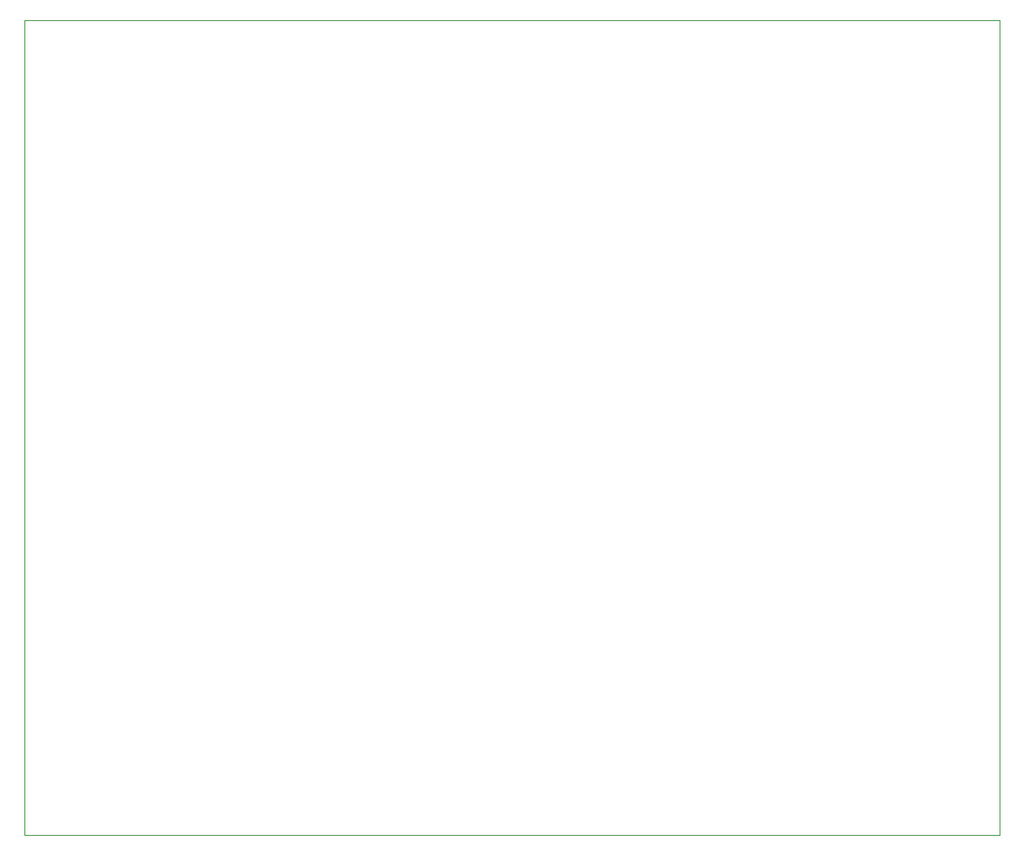
<source format=gbr>
%TF.GenerationSoftware,KiCad,Pcbnew,8.0.7+b1*%
%TF.CreationDate,2025-01-11T21:55:46+01:00*%
%TF.ProjectId,filtrafo,66696c74-7261-4666-9f2e-6b696361645f,rev?*%
%TF.SameCoordinates,Original*%
%TF.FileFunction,Profile,NP*%
%FSLAX46Y46*%
G04 Gerber Fmt 4.6, Leading zero omitted, Abs format (unit mm)*
G04 Created by KiCad (PCBNEW 8.0.7+b1) date 2025-01-11 21:55:46*
%MOMM*%
%LPD*%
G01*
G04 APERTURE LIST*
%TA.AperFunction,Profile*%
%ADD10C,0.050000*%
%TD*%
G04 APERTURE END LIST*
D10*
X65000000Y-55500000D02*
X163000000Y-55500000D01*
X163000000Y-137500000D01*
X65000000Y-137500000D01*
X65000000Y-55500000D01*
M02*

</source>
